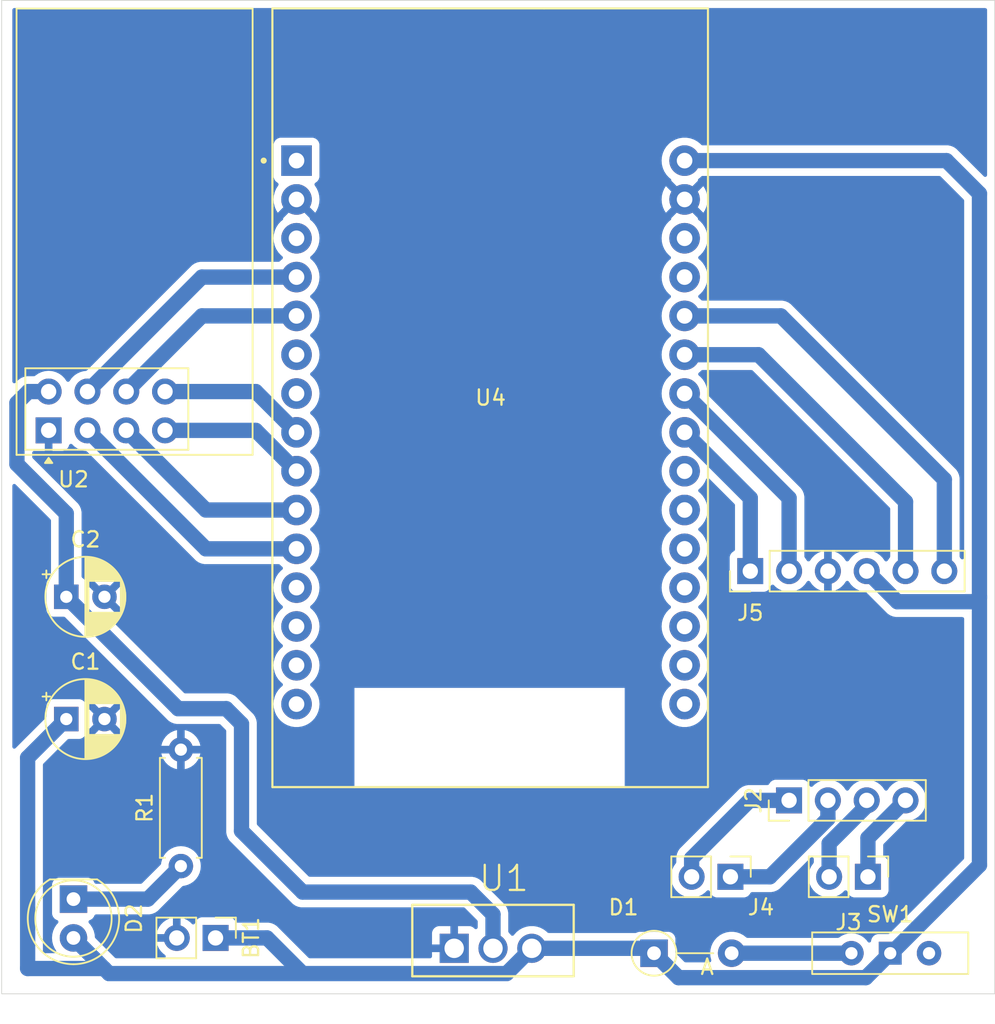
<source format=kicad_pcb>
(kicad_pcb (version 20240108) (generator "pcbnew") (generator_version "8.0")
  (layers (0 "F.Cu" signal) (31 "B.Cu" signal) (34 "B.Paste" user) (35 "F.Paste" user) (36 "B.SilkS" user "B.Silkscreen") (37 "F.SilkS" user "F.Silkscreen") (38 "B.Mask" user) (39 "F.Mask" user) (44 "Edge.Cuts" user))
  (net 0 "")
  (net 1 "VCC")
  (net 2 "GND")
  (net 3 "3V3")
  (net 4 "Net-(D1-A)")
  (net 5 "Net-(D2-K)")
  (net 6 "Net-(J5-Pin_1)")
  (net 7 "Net-(J5-Pin_2)")
  (net 8 "Net-(J5-Pin_5)")
  (net 9 "Net-(J5-Pin_6)")
  (net 10 "Net-(J2-Pin_3)")
  (net 11 "Net-(J2-Pin_2)")
  (net 12 "Net-(J2-Pin_1)")
  (net 13 "Net-(J2-Pin_4)")
  (net 14 "/CSN")
  (net 15 "/IRQ")
  (net 16 "/SCK")
  (net 17 "/CE")
  (net 18 "/MISO")
  (net 19 "/MOSI")
  (footprint "Connector_PinHeader_2.54mm:PinHeader_1x02_P2.54mm_Vertical" (layer "F.Cu") (at 165 116 -90)
    (property "Reference" "J4" (at 2 -2 180) (layer "F.SilkS"))
    (property "Value" "Conn_01x02_Socket")
    (fp_line (start -1.33 3.87) (end 1.33 3.87) (stroke (width 0.12)) (layer "F.SilkS"))
    (fp_line (start -1.33 1.27) (end -1.33 3.87) (stroke (width 0.12)) (layer "F.SilkS"))
    (fp_line (start -1.33 1.27) (end 1.33 1.27) (stroke (width 0.12)) (layer "F.SilkS"))
    (fp_line (start 1.33 1.27) (end 1.33 3.87) (stroke (width 0.12)) (layer "F.SilkS"))
    (fp_line (start -1.33 0) (end -1.33 -1.33) (stroke (width 0.12)) (layer "F.SilkS"))
    (fp_line (start -1.33 -1.33) (end 0 -1.33) (stroke (width 0.12)) (layer "F.SilkS"))
    (pad "1" thru_hole rect (at 0 0 270) (size 1.7 1.7) (drill 1) (layers "*.Cu" "*.Mask") (net 11 "Net-(J2-Pin_2)"))
    (pad "2" thru_hole oval (at 0 2.54 270) (size 1.7 1.7) (drill 1) (layers "*.Cu" "*.Mask") (net 12 "Net-(J2-Pin_1)"))
  )
  (footprint "Button_Switch_THT:SW_Slide-03_Wuerth-WS-SLTV_10x2.5x6.4_P2.54mm" (layer "F.Cu") (at 175.46 121)
    (property "Reference" "SW1" (at 0 -2.54 360) (layer "F.SilkS"))
    (property "Value" "SW_Push")
    (fp_rect (start -5.11 -1.36) (end 5.11 1.36) (stroke (width 0.12)) (fill none) (layer "F.SilkS"))
    (pad "1" thru_hole rect (at 0 0) (size 1.5 1.5) (drill 0.8) (layers "*.Cu" "*.Mask") (net 1 "VCC"))
    (pad "2" thru_hole circle (at -2.54 0) (size 1.6 1.6) (drill 0.8) (layers "*.Cu" "*.Mask") (net 4 "Net-(D1-A)"))
    (pad "3" thru_hole circle (at 2.54 0) (size 1.6 1.6) (drill 0.8) (layers "*.Cu" "*.Mask"))
  )
  (footprint "ESP32-DEVKIT-V1:MODULE_ESP32_DEVKIT_V1" (layer "F.Cu") (at 149.3 84.655)
    (property "Reference" "U4" (at 0 0 0) (layer "F.SilkS"))
    (property "Value" "ESP32-DEVKIT-V1")
    (fp_line (start -14.28 -25.475) (end -3.211 -25.475) (stroke (width 0.127)) (layer "F.SilkS"))
    (fp_line (start -14.28 -25.475) (end 14.23 -25.475) (stroke (width 0.127)) (layer "F.SilkS"))
    (fp_line (start -14.28 25.475) (end -14.28 -25.475) (stroke (width 0.127)) (layer "F.SilkS"))
    (fp_line (start -14.28 25.475) (end -14.28 -25.475) (stroke (width 0.127)) (layer "F.SilkS"))
    (fp_line (start -14.28 25.475) (end -8.91 25.475) (stroke (width 0.127)) (layer "F.SilkS"))
    (fp_line (start -8.91 25.475) (end 8.78 25.475) (stroke (width 0.127)) (layer "F.SilkS"))
    (fp_line (start -3.211 -25.475) (end 3.5 -25.475) (stroke (width 0.127)) (layer "F.SilkS"))
    (fp_line (start 3.5 -25.475) (end 14.23 -25.475) (stroke (width 0.127)) (layer "F.SilkS"))
    (fp_line (start 8.78 25.475) (end 14.23 25.475) (stroke (width 0.127)) (layer "F.SilkS"))
    (fp_line (start 14.23 -25.475) (end 14.23 25.475) (stroke (width 0.127)) (layer "F.SilkS"))
    (fp_line (start 14.23 -25.475) (end 14.23 25.475) (stroke (width 0.127)) (layer "F.SilkS"))
    (fp_line (start 14.23 25.475) (end -14.28 25.475) (stroke (width 0.127)) (layer "F.SilkS"))
    (fp_circle (center -14.85 -15.515) (end -14.75 -15.515) (stroke (width 0.2)) (fill none) (layer "F.SilkS"))
    (pad "1" thru_hole rect (at -12.7 -15.515) (size 2 2) (drill 1.02) (layers "*.Cu" "*.Mask"))
    (pad "2" thru_hole circle (at -12.7 -12.975) (size 2 2) (drill 1.02) (layers "*.Cu" "*.Mask") (net 2 "GND"))
    (pad "3" thru_hole circle (at -12.7 -10.435) (size 2 2) (drill 1.02) (layers "*.Cu" "*.Mask"))
    (pad "4" thru_hole circle (at -12.7 -7.895) (size 2 2) (drill 1.02) (layers "*.Cu" "*.Mask") (net 14 "/CSN"))
    (pad "5" thru_hole circle (at -12.7 -5.355) (size 2 2) (drill 1.02) (layers "*.Cu" "*.Mask") (net 19 "/MOSI"))
    (pad "6" thru_hole circle (at -12.7 -2.815) (size 2 2) (drill 1.02) (layers "*.Cu" "*.Mask"))
    (pad "7" thru_hole circle (at -12.7 -0.275) (size 2 2) (drill 1.02) (layers "*.Cu" "*.Mask"))
    (pad "8" thru_hole circle (at -12.7 2.265) (size 2 2) (drill 1.02) (layers "*.Cu" "*.Mask") (net 15 "/IRQ"))
    (pad "9" thru_hole circle (at -12.7 4.805) (size 2 2) (drill 1.02) (layers "*.Cu" "*.Mask") (net 18 "/MISO"))
    (pad "10" thru_hole circle (at -12.7 7.345) (size 2 2) (drill 1.02) (layers "*.Cu" "*.Mask") (net 16 "/SCK"))
    (pad "11" thru_hole circle (at -12.7 9.885) (size 2 2) (drill 1.02) (layers "*.Cu" "*.Mask") (net 17 "/CE"))
    (pad "12" thru_hole circle (at -12.7 12.425) (size 2 2) (drill 1.02) (layers "*.Cu" "*.Mask"))
    (pad "13" thru_hole circle (at -12.7 14.965) (size 2 2) (drill 1.02) (layers "*.Cu" "*.Mask"))
    (pad "14" thru_hole circle (at -12.7 17.505) (size 2 2) (drill 1.02) (layers "*.Cu" "*.Mask"))
    (pad "15" thru_hole circle (at -12.7 20.045) (size 2 2) (drill 1.02) (layers "*.Cu" "*.Mask"))
    (pad "16" thru_hole circle (at 12.7 20.045) (size 2 2) (drill 1.02) (layers "*.Cu" "*.Mask"))
    (pad "17" thru_hole circle (at 12.7 17.505) (size 2 2) (drill 1.02) (layers "*.Cu" "*.Mask"))
    (pad "18" thru_hole circle (at 12.7 14.965) (size 2 2) (drill 1.02) (layers "*.Cu" "*.Mask"))
    (pad "19" thru_hole circle (at 12.7 12.425) (size 2 2) (drill 1.02) (layers "*.Cu" "*.Mask"))
    (pad "20" thru_hole circle (at 12.7 9.885) (size 2 2) (drill 1.02) (layers "*.Cu" "*.Mask"))
    (pad "21" thru_hole circle (at 12.7 7.345) (size 2 2) (drill 1.02) (layers "*.Cu" "*.Mask"))
    (pad "22" thru_hole circle (at 12.7 4.805) (size 2 2) (drill 1.02) (layers "*.Cu" "*.Mask"))
    (pad "23" thru_hole circle (at 12.7 2.265) (size 2 2) (drill 1.02) (layers "*.Cu" "*.Mask") (net 6 "Net-(J5-Pin_1)"))
    (pad "24" thru_hole circle (at 12.7 -0.275) (size 2 2) (drill 1.02) (layers "*.Cu" "*.Mask") (net 7 "Net-(J5-Pin_2)"))
    (pad "25" thru_hole circle (at 12.7 -2.815) (size 2 2) (drill 1.02) (layers "*.Cu" "*.Mask") (net 8 "Net-(J5-Pin_5)"))
    (pad "26" thru_hole circle (at 12.7 -5.355) (size 2 2) (drill 1.02) (layers "*.Cu" "*.Mask") (net 9 "Net-(J5-Pin_6)"))
    (pad "27" thru_hole circle (at 12.7 -7.895) (size 2 2) (drill 1.02) (layers "*.Cu" "*.Mask"))
    (pad "28" thru_hole circle (at 12.7 -10.435) (size 2 2) (drill 1.02) (layers "*.Cu" "*.Mask"))
    (pad "29" thru_hole circle (at 12.7 -12.975) (size 2 2) (drill 1.02) (layers "*.Cu" "*.Mask") (net 2 "GND"))
    (pad "30" thru_hole circle (at 12.7 -15.515) (size 2 2) (drill 1.02) (layers "*.Cu" "*.Mask") (net 1 "VCC"))
    (zone (net 0) (net_name "") (layer "B.Cu") (connect_pads (clearance 0)) (min_thickness 0.01)
      (keepout (tracks not_allowed) (vias not_allowed) (pads not_allowed) (copperpour not_allowed) (footprints allowed))
      (fill (thermal_gap 0.508) (thermal_bridge_width 0.508))
      (polygon (pts (xy 140.39 103.64) (xy 158.08 103.64) (xy 158.08 110.13) (xy 140.39 110.13)))
    )
  )
  (footprint "Connector_PinHeader_2.54mm:PinHeader_1x06_P2.54mm_Vertical" (layer "F.Cu") (at 166.3 96 90)
    (property "Reference" "J5" (at -2.732163 0.002643 180) (layer "F.SilkS"))
    (property "Value" "Conn_01x06_Socket")
    (fp_line (start -1.33 -1.33) (end 0 -1.33) (stroke (width 0.12)) (layer "F.SilkS"))
    (fp_line (start -1.33 0) (end -1.33 -1.33) (stroke (width 0.12)) (layer "F.SilkS"))
    (fp_line (start 1.33 1.27) (end 1.33 14.03) (stroke (width 0.12)) (layer "F.SilkS"))
    (fp_line (start -1.33 1.27) (end 1.33 1.27) (stroke (width 0.12)) (layer "F.SilkS"))
    (fp_line (start -1.33 1.27) (end -1.33 14.03) (stroke (width 0.12)) (layer "F.SilkS"))
    (fp_line (start -1.33 14.03) (end 1.33 14.03) (stroke (width 0.12)) (layer "F.SilkS"))
    (pad "1" thru_hole rect (at 0 0 90) (size 1.7 1.7) (drill 1) (layers "*.Cu" "*.Mask") (net 6 "Net-(J5-Pin_1)"))
    (pad "2" thru_hole oval (at 0 2.54 90) (size 1.7 1.7) (drill 1) (layers "*.Cu" "*.Mask") (net 7 "Net-(J5-Pin_2)"))
    (pad "3" thru_hole oval (at 0 5.08 90) (size 1.7 1.7) (drill 1) (layers "*.Cu" "*.Mask") (net 2 "GND"))
    (pad "4" thru_hole oval (at 0 7.62 90) (size 1.7 1.7) (drill 1) (layers "*.Cu" "*.Mask") (net 1 "VCC"))
    (pad "5" thru_hole oval (at 0 10.16 90) (size 1.7 1.7) (drill 1) (layers "*.Cu" "*.Mask") (net 8 "Net-(J5-Pin_5)"))
    (pad "6" thru_hole oval (at 0 12.7 90) (size 1.7 1.7) (drill 1) (layers "*.Cu" "*.Mask") (net 9 "Net-(J5-Pin_6)"))
  )
  (footprint "LED_THT:LED_D5.0mm" (layer "F.Cu") (at 122 117.46 -90)
    (property "Reference" "D2" (at 1.27 -3.96 90) (layer "F.SilkS"))
    (property "Value" "LED")
    (fp_line (start -1.29 -1.545) (end -1.29 1.545) (stroke (width 0.12)) (layer "F.SilkS"))
    (fp_arc (start 4.26 -0.000462) (mid 2.072002 2.880433) (end -1.29 1.54483) (stroke (width 0.12)) (layer "F.SilkS"))
    (fp_arc (start -1.29 -1.54483) (mid 2.072002 -2.880433) (end 4.26 0.000462) (stroke (width 0.12)) (layer "F.SilkS"))
    (fp_circle (center 1.27 0) (end 3.77 0) (stroke (width 0.12)) (fill none) (layer "F.SilkS"))
    (pad "1" thru_hole rect (at 0 0 270) (size 1.8 1.8) (drill 0.9) (layers "*.Cu" "*.Mask") (net 5 "Net-(D2-K)"))
    (pad "2" thru_hole circle (at 2.54 0 270) (size 1.8 1.8) (drill 0.9) (layers "*.Cu" "*.Mask") (net 1 "VCC"))
  )
  (footprint "Connector_PinHeader_2.54mm:PinHeader_1x04_P2.54mm_Vertical" (layer "F.Cu") (at 168.839237 111 90)
    (property "Reference" "J2" (at 0 -2.33 90) (layer "F.SilkS"))
    (property "Value" "Conn_01x04_Socket")
    (fp_line (start -1.33 -1.33) (end 0 -1.33) (stroke (width 0.12)) (layer "F.SilkS"))
    (fp_line (start -1.33 0) (end -1.33 -1.33) (stroke (width 0.12)) (layer "F.SilkS"))
    (fp_line (start 1.33 1.27) (end 1.33 8.95) (stroke (width 0.12)) (layer "F.SilkS"))
    (fp_line (start -1.33 1.27) (end 1.33 1.27) (stroke (width 0.12)) (layer "F.SilkS"))
    (fp_line (start -1.33 1.27) (end -1.33 8.95) (stroke (width 0.12)) (layer "F.SilkS"))
    (fp_line (start -1.33 8.95) (end 1.33 8.95) (stroke (width 0.12)) (layer "F.SilkS"))
    (pad "1" thru_hole rect (at 0 0 90) (size 1.7 1.7) (drill 1) (layers "*.Cu" "*.Mask") (net 12 "Net-(J2-Pin_1)"))
    (pad "2" thru_hole oval (at 0 2.54 90) (size 1.7 1.7) (drill 1) (layers "*.Cu" "*.Mask") (net 11 "Net-(J2-Pin_2)"))
    (pad "3" thru_hole oval (at 0 5.08 90) (size 1.7 1.7) (drill 1) (layers "*.Cu" "*.Mask") (net 10 "Net-(J2-Pin_3)"))
    (pad "4" thru_hole oval (at 0 7.62 90) (size 1.7 1.7) (drill 1) (layers "*.Cu" "*.Mask") (net 13 "Net-(J2-Pin_4)"))
  )
  (footprint "RF_Module:nRF24L01_Breakout" (layer "F.Cu") (at 120.375 86.7895 90)
    (property "Reference" "U2" (at -3.2105 1.625 180) (layer "F.SilkS"))
    (property "Value" "NRF24L01_Breakout")
    (fp_line (start 27.6 -2.1) (end 27.6 13.35) (stroke (width 0.12)) (layer "F.SilkS"))
    (fp_line (start -1.6 -2.1) (end 27.6 -2.1) (stroke (width 0.12)) (layer "F.SilkS"))
    (fp_line (start -1.6 -2.1) (end -1.6 -2.1) (stroke (width 0.12)) (layer "F.SilkS"))
    (fp_line (start 4.064 -1.524) (end 4.064 9.144) (stroke (width 0.12)) (layer "F.SilkS"))
    (fp_line (start -1.27 -1.524) (end 4.064 -1.524) (stroke (width 0.12)) (layer "F.SilkS"))
    (fp_line (start -1.27 -1.524) (end -1.27 -1.524) (stroke (width 0.12)) (layer "F.SilkS"))
    (fp_line (start 4.064 9.144) (end -1.27 9.144) (stroke (width 0.12)) (layer "F.SilkS"))
    (fp_line (start -1.27 9.144) (end -1.27 -1.524) (stroke (width 0.12)) (layer "F.SilkS"))
    (fp_line (start -1.27 9.144) (end -1.27 9.144) (stroke (width 0.12)) (layer "F.SilkS"))
    (fp_line (start 27.6 13.35) (end -1.6 13.35) (stroke (width 0.12)) (layer "F.SilkS"))
    (fp_line (start -1.6 13.35) (end -1.6 -2.1) (stroke (width 0.12)) (layer "F.SilkS"))
    (fp_poly (pts (xy -1.8 0) (xy -2.136 0.24) (xy -2.136 -0.24) (xy -1.8 0)) (stroke (width 0.12)) (fill solid) (layer "F.SilkS"))
    (pad "1" thru_hole rect (at 0 0 90) (size 1.7 1.7) (drill 1) (layers "*.Cu" "*.Mask") (net 2 "GND"))
    (pad "2" thru_hole circle (at 2.54 0 90) (size 1.7 1.7) (drill 1) (layers "*.Cu" "*.Mask") (net 3 "3V3"))
    (pad "3" thru_hole circle (at 0 2.54 90) (size 1.7 1.7) (drill 1) (layers "*.Cu" "*.Mask") (net 17 "/CE"))
    (pad "4" thru_hole circle (at 2.54 2.54 90) (size 1.7 1.7) (drill 1) (layers "*.Cu" "*.Mask") (net 14 "/CSN"))
    (pad "5" thru_hole circle (at 0 5.08 90) (size 1.7 1.7) (drill 1) (layers "*.Cu" "*.Mask") (net 16 "/SCK"))
    (pad "6" thru_hole circle (at 2.54 5.08 90) (size 1.7 1.7) (drill 1) (layers "*.Cu" "*.Mask") (net 19 "/MOSI"))
    (pad "7" thru_hole circle (at 0 7.62 90) (size 1.7 1.7) (drill 1) (layers "*.Cu" "*.Mask") (net 18 "/MISO"))
    (pad "8" thru_hole circle (at 2.54 7.62 90) (size 1.7 1.7) (drill 1) (layers "*.Cu" "*.Mask") (net 15 "/IRQ"))
  )
  (footprint "Capacitor_THT:CP_Radial_D5.0mm_P2.50mm" (layer "F.Cu") (at 121.53 97.68)
    (property "Reference" "C2" (at 1.25 -3.75 0) (layer "F.SilkS"))
    (property "Value" "10uF")
    (fp_line (start -1.554775 -1.475) (end -1.054775 -1.475) (stroke (width 0.12)) (layer "F.SilkS"))
    (fp_line (start -1.304775 -1.725) (end -1.304775 -1.225) (stroke (width 0.12)) (layer "F.SilkS"))
    (fp_line (start 1.25 -2.58) (end 1.25 2.58) (stroke (width 0.12)) (layer "F.SilkS"))
    (fp_line (start 1.29 -2.58) (end 1.29 2.58) (stroke (width 0.12)) (layer "F.SilkS"))
    (fp_line (start 1.33 -2.579) (end 1.33 2.579) (stroke (width 0.12)) (layer "F.SilkS"))
    (fp_line (start 1.37 -2.578) (end 1.37 2.578) (stroke (width 0.12)) (layer "F.SilkS"))
    (fp_line (start 1.41 -2.576) (end 1.41 2.576) (stroke (width 0.12)) (layer "F.SilkS"))
    (fp_line (start 1.45 -2.573) (end 1.45 2.573) (stroke (width 0.12)) (layer "F.SilkS"))
    (fp_line (start 1.49 -2.569) (end 1.49 -1.04) (stroke (width 0.12)) (layer "F.SilkS"))
    (fp_line (start 1.49 1.04) (end 1.49 2.569) (stroke (width 0.12)) (layer "F.SilkS"))
    (fp_line (start 1.53 -2.565) (end 1.53 -1.04) (stroke (width 0.12)) (layer "F.SilkS"))
    (fp_line (start 1.53 1.04) (end 1.53 2.565) (stroke (width 0.12)) (layer "F.SilkS"))
    (fp_line (start 1.57 -2.561) (end 1.57 -1.04) (stroke (width 0.12)) (layer "F.SilkS"))
    (fp_line (start 1.57 1.04) (end 1.57 2.561) (stroke (width 0.12)) (layer "F.SilkS"))
    (fp_line (start 1.61 -2.556) (end 1.61 -1.04) (stroke (width 0.12)) (layer "F.SilkS"))
    (fp_line (start 1.61 1.04) (end 1.61 2.556) (stroke (width 0.12)) (layer "F.SilkS"))
    (fp_line (start 1.65 -2.55) (end 1.65 -1.04) (stroke (width 0.12)) (layer "F.SilkS"))
    (fp_line (start 1.65 1.04) (end 1.65 2.55) (stroke (width 0.12)) (layer "F.SilkS"))
    (fp_line (start 1.69 -2.543) (end 1.69 -1.04) (stroke (width 0.12)) (layer "F.SilkS"))
    (fp_line (start 1.69 1.04) (end 1.69 2.543) (stroke (width 0.12)) (layer "F.SilkS"))
    (fp_line (start 1.73 -2.536) (end 1.73 -1.04) (stroke (width 0.12)) (layer "F.SilkS"))
    (fp_line (start 1.73 1.04) (end 1.73 2.536) (stroke (width 0.12)) (layer "F.SilkS"))
    (fp_line (start 1.77 -2.528) (end 1.77 -1.04) (stroke (width 0.12)) (layer "F.SilkS"))
    (fp_line (start 1.77 1.04) (end 1.77 2.528) (stroke (width 0.12)) (layer "F.SilkS"))
    (fp_line (start 1.81 -2.52) (end 1.81 -1.04) (stroke (width 0.12)) (layer "F.SilkS"))
    (fp_line (start 1.81 1.04) (end 1.81 2.52) (stroke (width 0.12)) (layer "F.SilkS"))
    (fp_line (start 1.85 -2.511) (end 1.85 -1.04) (stroke (width 0.12)) (layer "F.SilkS"))
    (fp_line (start 1.85 1.04) (end 1.85 2.511) (stroke (width 0.12)) (layer "F.SilkS"))
    (fp_line (start 1.89 -2.501) (end 1.89 -1.04) (stroke (width 0.12)) (layer "F.SilkS"))
    (fp_line (start 1.89 1.04) (end 1.89 2.501) (stroke (width 0.12)) (layer "F.SilkS"))
    (fp_line (start 1.93 -2.491) (end 1.93 -1.04) (stroke (width 0.12)) (layer "F.SilkS"))
    (fp_line (start 1.93 1.04) (end 1.93 2.491) (stroke (width 0.12)) (layer "F.SilkS"))
    (fp_line (start 1.971 -2.48) (end 1.971 -1.04) (stroke (width 0.12)) (layer "F.SilkS"))
    (fp_line (start 1.971 1.04) (end 1.971 2.48) (stroke (width 0.12)) (layer "F.SilkS"))
    (fp_line (start 2.011 -2.468) (end 2.011 -1.04) (stroke (width 0.12)) (layer "F.SilkS"))
    (fp_line (start 2.011 1.04) (end 2.011 2.468) (stroke (width 0.12)) (layer "F.SilkS"))
    (fp_line (start 2.051 -2.455) (end 2.051 -1.04) (stroke (width 0.12)) (layer "F.SilkS"))
    (fp_line (start 2.051 1.04) (end 2.051 2.455) (stroke (width 0.12)) (layer "F.SilkS"))
    (fp_line (start 2.091 -2.442) (end 2.091 -1.04) (stroke (width 0.12)) (layer "F.SilkS"))
    (fp_line (start 2.091 1.04) (end 2.091 2.442) (stroke (width 0.12)) (layer "F.SilkS"))
    (fp_line (start 2.131 -2.428) (end 2.131 -1.04) (stroke (width 0.12)) (layer "F.SilkS"))
    (fp_line (start 2.131 1.04) (end 2.131 2.428) (stroke (width 0.12)) (layer "F.SilkS"))
    (fp_line (start 2.171 -2.414) (end 2.171 -1.04) (stroke (width 0.12)) (layer "F.SilkS"))
    (fp_line (start 2.171 1.04) (end 2.171 2.414) (stroke (width 0.12)) (layer "F.SilkS"))
    (fp_line (start 2.211 -2.398) (end 2.211 -1.04) (stroke (width 0.12)) (layer "F.SilkS"))
    (fp_line (start 2.211 1.04) (end 2.211 2.398) (stroke (width 0.12)) (layer "F.SilkS"))
    (fp_line (start 2.251 -2.382) (end 2.251 -1.04) (stroke (width 0.12)) (layer "F.SilkS"))
    (fp_line (start 2.251 1.04) (end 2.251 2.382) (stroke (width 0.12)) (layer "F.SilkS"))
    (fp_line (start 2.291 -2.365) (end 2.291 -1.04) (stroke (width 0.12)) (layer "F.SilkS"))
    (fp_line (start 2.291 1.04) (end 2.291 2.365) (stroke (width 0.12)) (layer "F.SilkS"))
    (fp_line (start 2.331 -2.348) (end 2.331 -1.04) (stroke (width 0.12)) (layer "F.SilkS"))
    (fp_line (start 2.331 1.04) (end 2.331 2.348) (stroke (width 0.12)) (layer "F.SilkS"))
    (fp_line (start 2.371 -2.329) (end 2.371 -1.04) (stroke (width 0.12)) (layer "F.SilkS"))
    (fp_line (start 2.371 1.04) (end 2.371 2.329) (stroke (width 0.12)) (layer "F.SilkS"))
    (fp_line (start 2.411 -2.31) (end 2.411 -1.04) (stroke (width 0.12)) (layer "F.SilkS"))
    (fp_line (start 2.411 1.04) (end 2.411 2.31) (stroke (width 0.12)) (layer "F.SilkS"))
    (fp_line (start 2.451 -2.29) (end 2.451 -1.04) (stroke (width 0.12)) (layer "F.SilkS"))
    (fp_line (start 2.451 1.04) (end 2.451 2.29) (stroke (width 0.12)) (layer "F.SilkS"))
    (fp_line (start 2.491 -2.268) (end 2.491 -1.04) (stroke (width 0.12)) (layer "F.SilkS"))
    (fp_line (start 2.491 1.04) (end 2.491 2.268) (stroke (width 0.12)) (layer "F.SilkS"))
    (fp_line (start 2.531 -2.247) (end 2.531 -1.04) (stroke (width 0.12)) (layer "F.SilkS"))
    (fp_line (start 2.531 1.04) (end 2.531 2.247) (stroke (width 0.12)) (layer "F.SilkS"))
    (fp_line (start 2.571 -2.224) (end 2.571 -1.04) (stroke (width 0.12)) (layer "F.SilkS"))
    (fp_line (start 2.571 1.04) (end 2.571 2.224) (stroke (width 0.12)) (layer "F.SilkS"))
    (fp_line (start 2.611 -2.2) (end 2.611 -1.04) (stroke (width 0.12)) (layer "F.SilkS"))
    (fp_line (start 2.611 1.04) (end 2.611 2.2) (stroke (width 0.12)) (layer "F.SilkS"))
    (fp_line (start 2.651 -2.175) (end 2.651 -1.04) (stroke (width 0.12)) (layer "F.SilkS"))
    (fp_line (start 2.651 1.04) (end 2.651 2.175) (stroke (width 0.12)) (layer "F.SilkS"))
    (fp_line (start 2.691 -2.149) (end 2.691 -1.04) (stroke (width 0.12)) (layer "F.SilkS"))
    (fp_line (start 2.691 1.04) (end 2.691 2.149) (stroke (width 0.12)) (layer "F.SilkS"))
    (fp_line (start 2.731 -2.122) (end 2.731 -1.04) (stroke (width 0.12)) (layer "F.SilkS"))
    (fp_line (start 2.731 1.04) (end 2.731 2.122) (stroke (width 0.12)) (layer "F.SilkS"))
    (fp_line (start 2.771 -2.095) (end 2.771 -1.04) (stroke (width 0.12)) (layer "F.SilkS"))
    (fp_line (start 2.771 1.04) (end 2.771 2.095) (stroke (width 0.12)) (layer "F.SilkS"))
    (fp_line (start 2.811 -2.065) (end 2.811 -1.04) (stroke (width 0.12)) (layer "F.SilkS"))
    (fp_line (start 2.811 1.04) (end 2.811 2.065) (stroke (width 0.12)) (layer "F.SilkS"))
    (fp_line (start 2.851 -2.035) (end 2.851 -1.04) (stroke (width 0.12)) (layer "F.SilkS"))
    (fp_line (start 2.851 1.04) (end 2.851 2.035) (stroke (width 0.12)) (layer "F.SilkS"))
    (fp_line (start 2.891 -2.004) (end 2.891 -1.04) (stroke (width 0.12)) (layer "F.SilkS"))
    (fp_line (start 2.891 1.04) (end 2.891 2.004) (stroke (width 0.12)) (layer "F.SilkS"))
    (fp_line (start 2.931 -1.971) (end 2.931 -1.04) (stroke (width 0.12)) (layer "F.SilkS"))
    (fp_line (start 2.931 1.04) (end 2.931 1.971) (stroke (width 0.12)) (layer "F.SilkS"))
    (fp_line (start 2.971 -1.937) (end 2.971 -1.04) (stroke (width 0.12)) (layer "F.SilkS"))
    (fp_line (start 2.971 1.04) (end 2.971 1.937) (stroke (width 0.12)) (layer "F.SilkS"))
    (fp_line (start 3.011 -1.901) (end 3.011 -1.04) (stroke (width 0.12)) (layer "F.SilkS"))
    (fp_line (start 3.011 1.04) (end 3.011 1.901) (stroke (width 0.12)) (layer "F.SilkS"))
    (fp_line (start 3.051 -1.864) (end 3.051 -1.04) (stroke (width 0.12)) (layer "F.SilkS"))
    (fp_line (start 3.051 1.04) (end 3.051 1.864) (stroke (width 0.12)) (layer "F.SilkS"))
    (fp_line (start 3.091 -1.826) (end 3.091 -1.04) (stroke (width 0.12)) (layer "F.SilkS"))
    (fp_line (start 3.091 1.04) (end 3.091 1.826) (stroke (width 0.12)) (layer "F.SilkS"))
    (fp_line (start 3.131 -1.785) (end 3.131 -1.04) (stroke (width 0.12)) (layer "F.SilkS"))
    (fp_line (start 3.131 1.04) (end 3.131 1.785) (stroke (width 0.12)) (layer "F.SilkS"))
    (fp_line (start 3.171 -1.743) (end 3.171 -1.04) (stroke (width 0.12)) (layer "F.SilkS"))
    (fp_line (start 3.171 1.04) (end 3.171 1.743) (stroke (width 0.12)) (layer "F.SilkS"))
    (fp_line (start 3.211 -1.699) (end 3.211 -1.04) (stroke (width 0.12)) (layer "F.SilkS"))
    (fp_line (start 3.211 1.04) (end 3.211 1.699) (stroke (width 0.12)) (layer "F.SilkS"))
    (fp_line (start 3.251 -1.653) (end 3.251 -1.04) (stroke (width 0.12)) (layer "F.SilkS"))
    (fp_line (start 3.251 1.04) (end 3.251 1.653) (stroke (width 0.12)) (layer "F.SilkS"))
    (fp_line (start 3.291 -1.605) (end 3.291 -1.04) (stroke (width 0.12)) (layer "F.SilkS"))
    (fp_line (start 3.291 1.04) (end 3.291 1.605) (stroke (width 0.12)) (layer "F.SilkS"))
    (fp_line (start 3.331 -1.554) (end 3.331 -1.04) (stroke (width 0.12)) (layer "F.SilkS"))
    (fp_line (start 3.331 1.04) (end 3.331 1.554) (stroke (width 0.12)) (layer "F.SilkS"))
    (fp_line (start 3.371 -1.5) (end 3.371 -1.04) (stroke (width 0.12)) (layer "F.SilkS"))
    (fp_line (start 3.371 1.04) (end 3.371 1.5) (stroke (width 0.12)) (layer "F.SilkS"))
    (fp_line (start 3.411 -1.443) (end 3.411 -1.04) (stroke (width 0.12)) (layer "F.SilkS"))
    (fp_line (start 3.411 1.04) (end 3.411 1.443) (stroke (width 0.12)) (layer "F.SilkS"))
    (fp_line (start 3.451 -1.383) (end 3.451 -1.04) (stroke (width 0.12)) (layer "F.SilkS"))
    (fp_line (start 3.451 1.04) (end 3.451 1.383) (stroke (width 0.12)) (layer "F.SilkS"))
    (fp_line (start 3.491 -1.319) (end 3.491 -1.04) (stroke (width 0.12)) (layer "F.SilkS"))
    (fp_line (start 3.491 1.04) (end 3.491 1.319) (stroke (width 0.12)) (layer "F.SilkS"))
    (fp_line (start 3.531 -1.251) (end 3.531 -1.04) (stroke (width 0.12)) (layer "F.SilkS"))
    (fp_line (start 3.531 1.04) (end 3.531 1.251) (stroke (width 0.12)) (layer "F.SilkS"))
    (fp_line (start 3.571 -1.178) (end 3.571 1.178) (stroke (width 0.12)) (layer "F.SilkS"))
    (fp_line (start 3.611 -1.098) (end 3.611 1.098) (stroke (width 0.12)) (layer "F.SilkS"))
    (fp_line (start 3.651 -1.011) (end 3.651 1.011) (stroke (width 0.12)) (layer "F.SilkS"))
    (fp_line (start 3.691 -0.915) (end 3.691 0.915) (stroke (width 0.12)) (layer "F.SilkS"))
    (fp_line (start 3.731 -0.805) (end 3.731 0.805) (stroke (width 0.12)) (layer "F.SilkS"))
    (fp_line (start 3.771 -0.677) (end 3.771 0.677) (stroke (width 0.12)) (layer "F.SilkS"))
    (fp_line (start 3.811 -0.518) (end 3.811 0.518) (stroke (width 0.12)) (layer "F.SilkS"))
    (fp_line (start 3.851 -0.284) (end 3.851 0.284) (stroke (width 0.12)) (layer "F.SilkS"))
    (fp_circle (center 1.25 0) (end 3.87 0) (stroke (width 0.12)) (fill none) (layer "F.SilkS"))
    (pad "1" thru_hole rect (at 0 0) (size 1.6 1.6) (drill 0.8) (layers "*.Cu" "*.Mask") (net 3 "3V3"))
    (pad "2" thru_hole circle (at 2.5 0) (size 1.6 1.6) (drill 0.8) (layers "*.Cu" "*.Mask") (net 2 "GND"))
  )
  (footprint "Diode_THT:D_A-405_P5.08mm_Vertical_AnodeUp" (layer "F.Cu") (at 160 121)
    (property "Reference" "D1" (at -2 -3 360) (layer "F.SilkS"))
    (property "Value" "D")
    (fp_line (start 1.47 0) (end 3.88 0) (stroke (width 0.12)) (layer "F.SilkS"))
    (fp_circle (center 0 0) (end 1.47 0) (stroke (width 0.12)) (fill none) (layer "F.SilkS"))
    (fp_text user "A" (at 3.48 0.9 360) (layer "F.SilkS"))
    (pad "1" thru_hole rect (at 0 0) (size 1.8 1.8) (drill 0.9) (layers "*.Cu" "*.Mask") (net 1 "VCC"))
    (pad "2" thru_hole oval (at 5.08 0) (size 1.8 1.8) (drill 0.9) (layers "*.Cu" "*.Mask") (net 4 "Net-(D1-A)"))
  )
  (footprint "Connector_PinHeader_2.54mm:PinHeader_1x02_P2.54mm_Vertical" (layer "F.Cu") (at 131.3 120 -90)
    (property "Reference" "BT1" (at 0 -2.33 90) (layer "F.SilkS"))
    (property "Value" "Battery")
    (fp_line (start -1.33 3.87) (end 1.33 3.87) (stroke (width 0.12)) (layer "F.SilkS"))
    (fp_line (start -1.33 1.27) (end -1.33 3.87) (stroke (width 0.12)) (layer "F.SilkS"))
    (fp_line (start -1.33 1.27) (end 1.33 1.27) (stroke (width 0.12)) (layer "F.SilkS"))
    (fp_line (start 1.33 1.27) (end 1.33 3.87) (stroke (width 0.12)) (layer "F.SilkS"))
    (fp_line (start -1.33 0) (end -1.33 -1.33) (stroke (width 0.12)) (layer "F.SilkS"))
    (fp_line (start -1.33 -1.33) (end 0 -1.33) (stroke (width 0.12)) (layer "F.SilkS"))
    (pad "1" thru_hole rect (at 0 0 270) (size 1.7 1.7) (drill 1) (layers "*.Cu" "*.Mask") (net 1 "VCC"))
    (pad "2" thru_hole oval (at 0 2.54 270) (size 1.7 1.7) (drill 1) (layers "*.Cu" "*.Mask") (net 2 "GND"))
  )
  (footprint "Capacitor_THT:CP_Radial_D5.0mm_P2.50mm" (layer "F.Cu") (at 121.53 105.68)
    (property "Reference" "C1" (at 1.25 -3.75 0) (layer "F.SilkS"))
    (property "Value" "100nF")
    (fp_line (start -1.554775 -1.475) (end -1.054775 -1.475) (stroke (width 0.12)) (layer "F.SilkS"))
    (fp_line (start -1.304775 -1.725) (end -1.304775 -1.225) (stroke (width 0.12)) (layer "F.SilkS"))
    (fp_line (start 1.25 -2.58) (end 1.25 2.58) (stroke (width 0.12)) (layer "F.SilkS"))
    (fp_line (start 1.29 -2.58) (end 1.29 2.58) (stroke (width 0.12)) (layer "F.SilkS"))
    (fp_line (start 1.33 -2.579) (end 1.33 2.579) (stroke (width 0.12)) (layer "F.SilkS"))
    (fp_line (start 1.37 -2.578) (end 1.37 2.578) (stroke (width 0.12)) (layer "F.SilkS"))
    (fp_line (start 1.41 -2.576) (end 1.41 2.576) (stroke (width 0.12)) (layer "F.SilkS"))
    (fp_line (start 1.45 -2.573) (end 1.45 2.573) (stroke (width 0.12)) (layer "F.SilkS"))
    (fp_line (start 1.49 -2.569) (end 1.49 -1.04) (stroke (width 0.12)) (layer "F.SilkS"))
    (fp_line (start 1.49 1.04) (end 1.49 2.569) (stroke (width 0.12)) (layer "F.SilkS"))
    (fp_line (start 1.53 -2.565) (end 1.53 -1.04) (stroke (width 0.12)) (layer "F.SilkS"))
    (fp_line (start 1.53 1.04) (end 1.53 2.565) (stroke (width 0.12)) (layer "F.SilkS"))
    (fp_line (start 1.57 -2.561) (end 1.57 -1.04) (stroke (width 0.12)) (layer "F.SilkS"))
    (fp_line (start 1.57 1.04) (end 1.57 2.561) (stroke (width 0.12)) (layer "F.SilkS"))
    (fp_line (start 1.61 -2.556) (end 1.61 -1.04) (stroke (width 0.12)) (layer "F.SilkS"))
    (fp_line (start 1.61 1.04) (end 1.61 2.556) (stroke (width 0.12)) (layer "F.SilkS"))
    (fp_line (start 1.65 -2.55) (end 1.65 -1.04) (stroke (width 0.12)) (layer "F.SilkS"))
    (fp_line (start 1.65 1.04) (end 1.65 2.55) (stroke (width 0.12)) (layer "F.SilkS"))
    (fp_line (start 1.69 -2.543) (end 1.69 -1.04) (stroke (width 0.12)) (layer "F.SilkS"))
    (fp_line (start 1.69 1.04) (end 1.69 2.543) (stroke (width 0.12)) (layer "F.SilkS"))
    (fp_line (start 1.73 -2.536) (end 1.73 -1.04) (stroke (width 0.12)) (layer "F.SilkS"))
    (fp_line (start 1.73 1.04) (end 1.73 2.536) (stroke (width 0.12)) (layer "F.SilkS"))
    (fp_line (start 1.77 -2.528) (end 1.77 -1.04) (stroke (width 0.12)) (layer "F.SilkS"))
    (fp_line (start 1.77 1.04) (end 1.77 2.528) (stroke (width 0.12)) (layer "F.SilkS"))
    (fp_line (start 1.81 -2.52) (end 1.81 -1.04) (stroke (width 0.12)) (layer "F.SilkS"))
    (fp_line (start 1.81 1.04) (end 1.81 2.52) (stroke (width 0.12)) (layer "F.SilkS"))
    (fp_line (start 1.85 -2.511) (end 1.85 -1.04) (stroke (width 0.12)) (layer "F.SilkS"))
    (fp_line (start 1.85 1.04) (end 1.85 2.511) (stroke (width 0.12)) (layer "F.SilkS"))
    (fp_line (start 1.89 -2.501) (end 1.89 -1.04) (stroke (width 0.12)) (layer "F.SilkS"))
    (fp_line (start 1.89 1.04) (end 1.89 2.501) (stroke (width 0.12)) (layer "F.SilkS"))
    (fp_line (start 1.93 -2.491) (end 1.93 -1.04) (stroke (width 0.12)) (layer "F.SilkS"))
    (fp_line (start 1.93 1.04) (end 1.93 2.491) (stroke (width 0.12)) (layer "F.SilkS"))
    (fp_line (start 1.971 -2.48) (end 1.971 -1.04) (stroke (width 0.12)) (layer "F.SilkS"))
    (fp_line (start 1.971 1.04) (end 1.971 2.48) (stroke (width 0.12)) (layer "F.SilkS"))
    (fp_line (start 2.011 -2.468) (end 2.011 -1.04) (stroke (width 0.12)) (layer "F.SilkS"))
    (fp_line (start 2.011 1.04) (end 2.011 2.468) (stroke (width 0.12)) (layer "F.SilkS"))
    (fp_line (start 2.051 -2.455) (end 2.051 -1.04) (stroke (width 0.12)) (layer "F.SilkS"))
    (fp_line (start 2.051 1.04) (end 2.051 2.455) (stroke (width 0.12)) (layer "F.SilkS"))
    (fp_line (start 2.091 -2.442) (end 2.091 -1.04) (stroke (width 0.12)) (layer "F.SilkS"))
    (fp_line (start 2.091 1.04) (end 2.091 2.442) (stroke (width 0.12)) (layer "F.SilkS"))
    (fp_line (start 2.131 -2.428) (end 2.131 -1.04) (stroke (width 0.12)) (layer "F.SilkS"))
    (fp_line (start 2.131 1.04) (end 2.131 2.428) (stroke (width 0.12)) (layer "F.SilkS"))
    (fp_line (start 2.171 -2.414) (end 2.171 -1.04) (stroke (width 0.12)) (layer "F.SilkS"))
    (fp_line (start 2.171 1.04) (end 2.171 2.414) (stroke (width 0.12)) (layer "F.SilkS"))
    (fp_line (start 2.211 -2.398) (end 2.211 -1.04) (stroke (width 0.12)) (layer "F.SilkS"))
    (fp_line (start 2.211 1.04) (end 2.211 2.398) (stroke (width 0.12)) (layer "F.SilkS"))
    (fp_line (start 2.251 -2.382) (end 2.251 -1.04) (stroke (width 0.12)) (layer "F.SilkS"))
    (fp_line (start 2.251 1.04) (end 2.251 2.382) (stroke (width 0.12)) (layer "F.SilkS"))
    (fp_line (start 2.291 -2.365) (end 2.291 -1.04) (stroke (width 0.12)) (layer "F.SilkS"))
    (fp_line (start 2.291 1.04) (end 2.291 2.365) (stroke (width 0.12)) (layer "F.SilkS"))
    (fp_line (start 2.331 -2.348) (end 2.331 -1.04) (stroke (width 0.12)) (layer "F.SilkS"))
    (fp_line (start 2.331 1.04) (end 2.331 2.348) (stroke (width 0.12)) (layer "F.SilkS"))
    (fp_line (start 2.371 -2.329) (end 2.371 -1.04) (stroke (width 0.12)) (layer "F.SilkS"))
    (fp_line (start 2.371 1.04) (end 2.371 2.329) (stroke (width 0.12)) (layer "F.SilkS"))
    (fp_line (start 2.411 -2.31) (end 2.411 -1.04) (stroke (width 0.12)) (layer "F.SilkS"))
    (fp_line (start 2.411 1.04) (end 2.411 2.31) (stroke (width 0.12)) (layer "F.SilkS"))
    (fp_line (start 2.451 -2.29) (end 2.451 -1.04) (stroke (width 0.12)) (layer "F.SilkS"))
    (fp_line (start 2.451 1.04) (end 2.451 2.29) (stroke (width 0.12)) (layer "F.SilkS"))
    (fp_line (start 2.491 -2.268) (end 2.491 -1.04) (stroke (width 0.12)) (layer "F.SilkS"))
    (fp_line (start 2.491 1.04) (end 2.491 2.268) (stroke (width 0.12)) (layer "F.SilkS"))
    (fp_line (start 2.531 -2.247) (end 2.531 -1.04) (stroke (width 0.12)) (layer "F.SilkS"))
    (fp_line (start 2.531 1.04) (end 2.531 2.247) (stroke (width 0.12)) (layer "F.SilkS"))
    (fp_line (start 2.571 -2.224) (end 2.571 -1.04) (stroke (width 0.12)) (layer "F.SilkS"))
    (fp_line (start 2.571 1.04) (end 2.571 2.224) (stroke (width 0.12)) (layer "F.SilkS"))
    (fp_line (start 2.611 -2.2) (end 2.611 -1.04) (stroke (width 0.12)) (layer "F.SilkS"))
    (fp_line (start 2.611 1.04) (end 2.611 2.2) (stroke (width 0.12)) (layer "F.SilkS"))
    (fp_line (start 2.651 -2.175) (end 2.651 -1.04) (stroke (width 0.12)) (layer "F.SilkS"))
    (fp_line (start 2.651 1.04) (end 2.651 2.175) (stroke (width 0.12)) (layer "F.SilkS"))
    (fp_line (start 2.691 -2.149) (end 2.691 -1.04) (stroke (width 0.12)) (layer "F.SilkS"))
    (fp_line (start 2.691 1.04) (end 2.691 2.149) (stroke (width 0.12)) (layer "F.SilkS"))
    (fp_line (start 2.731 -2.122) (end 2.731 -1.04) (stroke (width 0.12)) (layer "F.SilkS"))
    (fp_line (start 2.731 1.04) (end 2.731 2.122) (stroke (width 0.12)) (layer "F.SilkS"))
    (fp_line (start 2.771 -2.095) (end 2.771 -1.04) (stroke (width 0.12)) (layer "F.SilkS"))
    (fp_line (start 2.771 1.04) (end 2.771 2.095) (stroke (width 0.12)) (layer "F.SilkS"))
    (fp_line (start 2.811 -2.065) (end 2.811 -1.04) (stroke (width 0.12)) (layer "F.SilkS"))
    (fp_line (start 2.811 1.04) (end 2.811 2.065) (stroke (width 0.12)) (layer "F.SilkS"))
    (fp_line (start 2.851 -2.035) (end 2.851 -1.04) (stroke (width 0.12)) (layer "F.SilkS"))
    (fp_line (start 2.851 1.04) (end 2.851 2.035) (stroke (width 0.12)) (layer "F.SilkS"))
    (fp_line (start 2.891 -2.004) (end 2.891 -1.04) (stroke (width 0.12)) (layer "F.SilkS"))
    (fp_line (start 2.891 1.04) (end 2.891 2.004) (stroke (width 0.12)) (layer "F.SilkS"))
    (fp_line (start 2.931 -1.971) (end 2.931 -1.04) (stroke (width 0.12)) (layer "F.SilkS"))
    (fp_line (start 2.931 1.04) (end 2.931 1.971) (stroke (width 0.12)) (layer "F.SilkS"))
    (fp_line (start 2.971 -1.937) (end 2.971 -1.04) (stroke (width 0.12)) (layer "F.SilkS"))
    (fp_line (start 2.971 1.04) (end 2.971 1.937) (stroke (width 0.12)) (layer "F.SilkS"))
    (fp_line (start 3.011 -1.901) (end 3.011 -1.04) (stroke (width 0.12)) (layer "F.SilkS"))
    (fp_line (start 3.011 1.04) (end 3.011 1.901) (stroke (width 0.12)) (layer "F.SilkS"))
    (fp_line (start 3.051 -1.864) (end 3.051 -1.04) (stroke (width 0.12)) (layer "F.SilkS"))
    (fp_line (start 3.051 1.04) (end 3.051 1.864) (stroke (width 0.12)) (layer "F.SilkS"))
    (fp_line (start 3.091 -1.826) (end 3.091 -1.04) (stroke (width 0.12)) (layer "F.SilkS"))
    (fp_line (start 3.091 1.04) (end 3.091 1.826) (stroke (width 0.12)) (layer "F.SilkS"))
    (fp_line (start 3.131 -1.785) (end 3.131 -1.04) (stroke (width 0.12)) (layer "F.SilkS"))
    (fp_line (start 3.131 1.04) (end 3.131 1.785) (stroke (width 0.12)) (layer "F.SilkS"))
    (fp_line (start 3.171 -1.743) (end 3.171 -1.04) (stroke (width 0.12)) (layer "F.SilkS"))
    (fp_line (start 3.171 1.04) (end 3.171 1.743) (stroke (width 0.12)) (layer "F.SilkS"))
    (fp_line (start 3.211 -1.699) (end 3.211 -1.04) (stroke (width 0.12)) (layer "F.SilkS"))
    (fp_line (start 3.211 1.04) (end 3.211 1.699) (stroke (width 0.12)) (layer "F.SilkS"))
    (fp_line (start 3.251 -1.653) (end 3.251 -1.04) (stroke (width 0.12)) (layer "F.SilkS"))
    (fp_line (start 3.251 1.04) (end 3.251 1.653) (stroke (width 0.12)) (layer "F.SilkS"))
    (fp_line (start 3.291 -1.605) (end 3.291 -1.04) (stroke (width 0.12)) (layer "F.SilkS"))
    (fp_line (start 3.291 1.04) (end 3.291 1.605) (stroke (width 0.12)) (layer "F.SilkS"))
    (fp_line (start 3.331 -1.554) (end 3.331 -1.04) (stroke (width 0.12)) (layer "F.SilkS"))
    (fp_line (start 3.331 1.04) (end 3.331 1.554) (stroke (width 0.12)) (layer "F.SilkS"))
    (fp_line (start 3.371 -1.5) (end 3.371 -1.04) (stroke (width 0.12)) (layer "F.SilkS"))
    (fp_line (start 3.371 1.04) (end 3.371 1.5) (stroke (width 0.12)) (layer "F.SilkS"))
    (fp_line (start 3.411 -1.443) (end 3.411 -1.04) (stroke (width 0.12)) (layer "F.SilkS"))
    (fp_line (start 3.411 1.04) (end 3.411 1.443) (stroke (width 0.12)) (layer "F.SilkS"))
    (fp_line (start 3.451 -1.383) (end 3.451 -1.04) (stroke (width 0.12)) (layer "F.SilkS"))
    (fp_line (start 3.451 1.04) (end 3.451 1.383) (stroke (width 0.12)) (layer "F.SilkS"))
    (fp_line (start 3.491 -1.319) (end 3.491 -1.04) (stroke (width 0.12)) (layer "F.SilkS"))
    (fp_line (start 3.491 1.04) (end 3.491 1.319) (stroke (width 0.12)) (layer "F.SilkS"))
    (fp_line (start 3.531 -1.251) (end 3.531 -1.04) (stroke (width 0.12)) (layer "F.SilkS"))
    (fp_line (start 3.531 1.04) (end 3.531 1.251) (stroke (width 0.12)) (layer "F.SilkS"))
    (fp_line (start 3.571 -1.178) (end 3.571 1.178) (stroke (width 0.12)) (layer "F.SilkS"))
    (fp_line (start 3.611 -1.098) (end 3.611 1.098) (stroke (width 0.12)) (layer "F.SilkS"))
    (fp_line (start 3.651 -1.011) (end 3.651 1.011) (stroke (width 0.12)) (layer "F.SilkS"))
    (fp_line (start 3.691 -0.915) (end 3.691 0.915) (stroke (width 0.12)) (layer "F.SilkS"))
    (fp_line (start 3.731 -0.805) (end 3.731 0.805) (stroke (width 0.12)) (layer "F.SilkS"))
    (fp_line (start 3.771 -0.677) (end 3.771 0.677) (stroke (width 0.12)) (layer "F.SilkS"))
    (fp_line (start 3.811 -0.518) (end 3.811 0.518) (stroke (width 0.12)) (layer "F.SilkS"))
    (fp_line (start 3.851 -0.284) (end 3.851 0.284) (stroke (width 0.12)) (layer "F.SilkS"))
    (fp_circle (center 1.25 0) (end 3.87 0) (stroke (width 0.12)) (fill none) (layer "F.SilkS"))
    (pad "1" thru_hole rect (at 0 0) (size 1.6 1.6) (drill 0.8) (layers "*.Cu" "*.Mask") (net 1 "VCC"))
    (pad "2" thru_hole circle (at 2.5 0) (size 1.6 1.6) (drill 0.8) (layers "*.Cu" "*.Mask") (net 2 "GND"))
  )
  (footprint "Connector_PinHeader_2.54mm:PinHeader_1x02_P2.54mm_Vertical" (layer "F.Cu") (at 174 116 -90)
    (property "Reference" "J3" (at 2.975 1.27 180) (layer "F.SilkS"))
    (property "Value" "Conn_01x02_Socket")
    (fp_line (start -1.33 3.87) (end 1.33 3.87) (stroke (width 0.12)) (layer "F.SilkS"))
    (fp_line (start -1.33 1.27) (end -1.33 3.87) (stroke (width 0.12)) (layer "F.SilkS"))
    (fp_line (start -1.33 1.27) (end 1.33 1.27) (stroke (width 0.12)) (layer "F.SilkS"))
    (fp_line (start 1.33 1.27) (end 1.33 3.87) (stroke (width 0.12)) (layer "F.SilkS"))
    (fp_line (start -1.33 0) (end -1.33 -1.33) (stroke (width 0.12)) (layer "F.SilkS"))
    (fp_line (start -1.33 -1.33) (end 0 -1.33) (stroke (width 0.12)) (layer "F.SilkS"))
    (pad "1" thru_hole rect (at 0 0 270) (size 1.7 1.7) (drill 1) (layers "*.Cu" "*.Mask") (net 13 "Net-(J2-Pin_4)"))
    (pad "2" thru_hole oval (at 0 2.54 270) (size 1.7 1.7) (drill 1) (layers "*.Cu" "*.Mask") (net 10 "Net-(J2-Pin_3)"))
  )
  (footprint "Resistor_THT:R_Axial_DIN0207_L6.3mm_D2.5mm_P7.62mm_Horizontal" (layer "F.Cu") (at 129.03 115.3 90)
    (property "Reference" "R1" (at 3.81 -2.37 90) (layer "F.SilkS"))
    (property "Value" "330")
    (fp_line (start 7.08 -1.37) (end 7.08 -1.04) (stroke (width 0.12)) (layer "F.SilkS"))
    (fp_line (start 0.54 -1.37) (end 7.08 -1.37) (stroke (width 0.12)) (layer "F.SilkS"))
    (fp_line (start 0.54 -1.04) (end 0.54 -1.37) (stroke (width 0.12)) (layer "F.SilkS"))
    (fp_line (start 0.54 1.04) (end 0.54 1.37) (stroke (width 0.12)) (layer "F.SilkS"))
    (fp_line (start 7.08 1.37) (end 7.08 1.04) (stroke (width 0.12)) (layer "F.SilkS"))
    (fp_line (start 0.54 1.37) (end 7.08 1.37) (stroke (width 0.12)) (layer "F.SilkS"))
    (pad "1" thru_hole circle (at 0 0 90) (size 1.6 1.6) (drill 0.8) (layers "*.Cu" "*.Mask") (net 5 "Net-(D2-K)"))
    (pad "2" thru_hole oval (at 7.62 0 90) (size 1.6 1.6) (drill 0.8) (layers "*.Cu" "*.Mask") (net 2 "GND"))
  )
  (footprint "LM1117T-3.3:TO254P470X1016X2222-3P" (layer "F.Cu") (at 152 119.664)
    (property "Reference" "U1" (at -1.829555 -3.557485 0) (layer "F.SilkS") (effects (font (size 1.640685 1.640685))))
    (property "Value" "LM1117DT-3.3")
    (fp_line (start -7.8232 -1.8288) (end -7.8232 2.8448) (stroke (width 0.1524)) (layer "F.SilkS"))
    (fp_line (start -7.8232 2.8448) (end 2.7432 2.8448) (stroke (width 0.1524)) (layer "F.SilkS"))
    (fp_line (start 2.7432 -1.8288) (end -7.8232 -1.8288) (stroke (width 0.1524)) (layer "F.SilkS"))
    (fp_line (start 2.7432 2.8448) (end 2.7432 -1.8288) (stroke (width 0.1524)) (layer "F.SilkS"))
    (pad "1" thru_hole rect (at -5.08 1.016) (size 1.905 1.905) (drill 1.27) (layers "*.Cu" "*.Mask") (net 2 "GND"))
    (pad "2" thru_hole circle (at -2.54 1.016) (size 1.905 1.905) (drill 1.27) (layers "*.Cu" "*.Mask") (net 3 "3V3"))
    (pad "3" thru_hole circle (at 0 1.016) (size 1.905 1.905) (drill 1.27) (layers "*.Cu" "*.Mask") (net 1 "VCC"))
  )
  (gr_rect (start 117.3 58.655) (end 182.3 123.655) (stroke (width 0.05)) (fill none) (layer "Edge.Cuts"))
  (segment (start 150.3475 122.3325) (end 152 120.68) (width 1) (layer "B.Cu") (net 1))
  (segment (start 131.3 120) (end 134.6675 120) (width 1) (layer "B.Cu") (net 1))
  (segment (start 179.14 69.14) (end 162 69.14) (width 1) (layer "B.Cu") (net 1))
  (segment (start 134.6675 120) (end 137 122.3325) (width 1) (layer "B.Cu") (net 1))
  (segment (start 175.46 121) (end 175.54 121) (width 1) (layer "B.Cu") (net 1))
  (segment (start 160 121) (end 161.6 122.6) (width 1) (layer "B.Cu") (net 1))
  (segment (start 181.3 115.24) (end 181.3 97.7) (width 1) (layer "B.Cu") (net 1))
  (segment (start 121.53 105.68) (end 119 108.21) (width 1) (layer "B.Cu") (net 1))
  (segment (start 152.32 121) (end 152 120.68) (width 1) (layer "B.Cu") (net 1))
  (segment (start 119 122) (end 124 122) (width 1) (layer "B.Cu") (net 1))
  (segment (start 175.92 98) (end 181 98) (width 1) (layer "B.Cu") (net 1))
  (segment (start 137 122.3325) (end 150.3475 122.3325) (width 1) (layer "B.Cu") (net 1))
  (segment (start 123.5 121.5) (end 124 122) (width 1) (layer "B.Cu") (net 1))
  (segment (start 161.6 122.6) (end 173.86 122.6) (width 1) (layer "B.Cu") (net 1))
  (segment (start 124.3325 122.3325) (end 137 122.3325) (width 1) (layer "B.Cu") (net 1))
  (segment (start 173.92 96) (end 175.92 98) (width 1) (layer "B.Cu") (net 1))
  (segment (start 122 120) (end 123.5 121.5) (width 1) (layer "B.Cu") (net 1))
  (segment (start 124 122) (end 124.3325 122.3325) (width 1) (layer "B.Cu") (net 1))
  (segment (start 181.3 71.3) (end 179.14 69.14) (width 1) (layer "B.Cu") (net 1))
  (segment (start 175.54 121) (end 181.3 115.24) (width 1) (layer "B.Cu") (net 1))
  (segment (start 181.3 97.7) (end 181.3 71.3) (width 1) (layer "B.Cu") (net 1))
  (segment (start 181 98) (end 181.3 97.7) (width 1) (layer "B.Cu") (net 1))
  (segment (start 159.68 120.68) (end 160 121) (width 1) (layer "B.Cu") (net 1))
  (segment (start 119 108.21) (end 119 122) (width 1) (layer "B.Cu") (net 1))
  (segment (start 173.86 122.6) (end 175.46 121) (width 1) (layer "B.Cu") (net 1))
  (segment (start 152 120.68) (end 159.68 120.68) (width 1) (layer "B.Cu") (net 1))
  (segment (start 149.46 118.46) (end 149.46 120.68) (width 1) (layer "B.Cu") (net 3))
  (segment (start 121.53 97.68) (end 121.53 92.23) (width 1) (layer "B.Cu") (net 3))
  (segment (start 118.3 89) (end 118.3 85) (width 1) (layer "B.Cu") (net 3))
  (segment (start 133 113) (end 137 117) (width 1) (layer "B.Cu") (net 3))
  (segment (start 121.53 97.68) (end 128.85 105) (width 1) (layer "B.Cu") (net 3))
  (segment (start 137 117) (end 148 117) (width 1) (layer "B.Cu") (net 3))
  (segment (start 148 117) (end 149.46 118.46) (width 1) (layer "B.Cu") (net 3))
  (segment (start 121.53 92.23) (end 118.3 89) (width 1) (layer "B.Cu") (net 3))
  (segment (start 118.3 85) (end 119.0505 84.2495) (width 1) (layer "B.Cu") (net 3))
  (segment (start 132 105) (end 133 106) (width 1) (layer "B.Cu") (net 3))
  (segment (start 133 106) (end 133 113) (width 1) (layer "B.Cu") (net 3))
  (segment (start 119.0505 84.2495) (end 120.375 84.2495) (width 1) (layer "B.Cu") (net 3))
  (segment (start 128.85 105) (end 132 105) (width 1) (layer "B.Cu") (net 3))
  (segment (start 165.08 121) (end 172.92 121) (width 1) (layer "B.Cu") (net 4))
  (segment (start 126.87 117.46) (end 129.03 115.3) (width 1) (layer "B.Cu") (net 5))
  (segment (start 122 117.46) (end 126.87 117.46) (width 1) (layer "B.Cu") (net 5))
  (segment (start 166.3 91.22) (end 162 86.92) (width 1) (layer "B.Cu") (net 6))
  (segment (start 166.3 96) (end 166.3 91.22) (width 1) (layer "B.Cu") (net 6))
  (segment (start 168.84 96) (end 168.84 91.22) (width 1) (layer "B.Cu") (net 7))
  (segment (start 168.84 91.22) (end 162 84.38) (width 1) (layer "B.Cu") (net 7))
  (segment (start 176.46 96) (end 176.46 91.46) (width 1) (layer "B.Cu") (net 8))
  (segment (start 166.84 81.84) (end 162 81.84) (width 1) (layer "B.Cu") (net 8))
  (segment (start 176.46 91.46) (end 166.84 81.84) (width 1) (layer "B.Cu") (net 8))
  (segment (start 176.16 96) (end 176.46 96) (width 1) (layer "B.Cu") (net 8))
  (segment (start 179 96) (end 179 90) (width 1) (layer "B.Cu") (net 9))
  (segment (start 179 90) (end 168.3 79.3) (width 1) (layer "B.Cu") (net 9))
  (segment (start 168.3 79.3) (end 162 79.3) (width 1) (layer "B.Cu") (net 9))
  (segment (start 171.46 116) (end 171.46 113.818374) (width 1) (layer "B.Cu") (net 10))
  (segment (start 171.46 113.818374) (end 173.919237 111.359137) (width 1) (layer "B.Cu") (net 10))
  (segment (start 173.919237 111.359137) (end 173.919237 111) (width 1) (layer "B.Cu") (net 10))
  (segment (start 167.581318 116) (end 171.379237 112.202081) (width 1) (layer "B.Cu") (net 11))
  (segment (start 171.379237 112.202081) (end 171.379237 111) (width 1) (layer "B.Cu") (net 11))
  (segment (start 165 116) (end 167.581318 116) (width 1) (layer "B.Cu") (net 11))
  (segment (start 166.257919 111) (end 168.839237 111) (width 1) (layer "B.Cu") (net 12))
  (segment (start 162.46 116) (end 162.46 114.797919) (width 1) (layer "B.Cu") (net 12))
  (segment (start 162.46 114.797919) (end 166.257919 111) (width 1) (layer "B.Cu") (net 12))
  (segment (start 174 116) (end 174 113.459237) (width 1) (layer "B.Cu") (net 13))
  (segment (start 174 113.459237) (end 176.459237 111) (width 1) (layer "B.Cu") (net 13))
  (segment (start 122.915 84.2495) (end 130.4045 76.76) (width 1) (layer "B.Cu") (net 14))
  (segment (start 130.4045 76.76) (end 136.6 76.76) (width 1) (layer "B.Cu") (net 14))
  (segment (start 127.995 84.2495) (end 133.9295 84.2495) (width 1) (layer "B.Cu") (net 15))
  (segment (start 133.9295 84.2495) (end 136.6 86.92) (width 1) (layer "B.Cu") (net 15))
  (segment (start 130.6655 92) (end 136.6 92) (width 1) (layer "B.Cu") (net 16))
  (segment (start 125.455 86.7895) (end 130.6655 92) (width 1) (layer "B.Cu") (net 16))
  (segment (start 130.6655 94.54) (end 136.6 94.54) (width 1) (layer "B.Cu") (net 17))
  (segment (start 122.915 86.7895) (end 130.6655 94.54) (width 1) (layer "B.Cu") (net 17))
  (segment (start 133.9295 86.7895) (end 136.6 89.46) (width 1) (layer "B.Cu") (net 18))
  (segment (start 127.995 86.7895) (end 133.9295 86.7895) (width 1) (layer "B.Cu") (net 18))
  (segment (start 130.4045 79.3) (end 136.6 79.3) (width 1) (layer "B.Cu") (net 19))
  (segment (start 125.455 84.2495) (end 130.4045 79.3) (width 1) (layer "B.Cu") (net 19))
  (zone (net 2) (net_name "GND") (layer "B.Cu") (connect_pads (clearance 0.5)) (min_thickness 0.25) (fill yes (thermal_gap 0.5) (thermal_bridge_width 0.5))
    (polygon (pts (xy 118 59) (xy 118 123) (xy 182 123) (xy 182 59)))
  )
)
</source>
